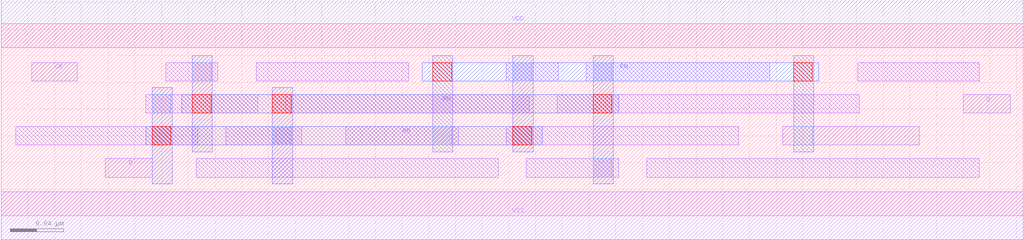
<source format=lef>
VERSION 5.8 ;
BUSBITCHARS "[]" ;
DIVIDERCHAR "/" ;
CLEARANCEMEASURE EUCLIDEAN ;

SITE coresite
    SIZE 0.0450 BY 0.1440 ;
    CLASS CORE ;
    SYMMETRY Y ;
END coresite

MACRO XOR2_X1
  CLASS CORE ;
  ORIGIN 0 0 ;
  FOREIGN XOR2_X1 0 0 ;
  SIZE 0.2700 BY 0.1440 ;
  SYMMETRY X Y ;
  SITE coresite ;
  PIN Z
    DIRECTION OUTPUT ;
    USE SIGNAL ;
    PORT
      LAYER M1 ;
        RECT 0.0525 0.0960 0.0675 0.0240 ;
      LAYER M0 ;
        RECT 0.0450 0.0670 0.1245 0.0530 ;
        RECT 0.0450 0.0910 0.0795 0.0770 ;
    END
  END Z
  PIN A2
    DIRECTION INPUT ;
    USE SIGNAL ;
    PORT
      LAYER M2 ;
        RECT 0.0180 0.0670 0.1920 0.0530 ;
      LAYER M1 ;
        RECT 0.0225 0.0960 0.0375 0.0240 ;
        RECT 0.1725 0.1200 0.1875 0.0480 ;
      LAYER M0 ;
        RECT 0.0180 0.0430 0.0570 0.0290 ;
        RECT 0.1575 0.1150 0.1920 0.1010 ;
    END
  END A2
  PIN A1
    DIRECTION INPUT ;
    USE SIGNAL ;
    PORT
      LAYER M0 ;
        RECT 0.0780 0.0430 0.2370 0.0290 ;
    END
  END A1
  PIN VSS
    DIRECTION INOUT ;
    USE GROUND ;
    SHAPE ABUTMENT ;
    PORT
      LAYER M0 ;
        RECT 0.0000 -0.0180 0.2700 0.0180 ;
    END
  END VSS
  PIN VDD
    DIRECTION INOUT ;
    USE POWER ;
    SHAPE ABUTMENT ;
    PORT
      LAYER M0 ;
        RECT 0.0000 0.1260 0.2700 0.1620 ;
    END
  END VDD
  OBS
      LAYER V1 ;
        RECT 0.0230 0.0530 0.0370 0.0670 ;
        RECT 0.1730 0.0530 0.1870 0.0670 ;
      LAYER V0 ;
        RECT 0.0230 0.0290 0.0370 0.0430 ;
        RECT 0.1730 0.1010 0.1870 0.1150 ;
        RECT 0.2030 0.0770 0.2170 0.0910 ;
        RECT 0.2030 0.0530 0.2170 0.0670 ;
        RECT 0.0530 0.0770 0.0670 0.0910 ;
        RECT 0.0530 0.0530 0.0670 0.0670 ;
      LAYER M0 ;
        RECT 0.1905 0.0530 0.2250 0.0670 ;
        RECT 0.1230 0.0770 0.2595 0.0910 ;
        RECT 0.0105 0.1010 0.1245 0.1150 ;
      LAYER M1 ;
        RECT 0.2025 0.0960 0.2175 0.0240 ;
  END
END XOR2_X1

MACRO OR3_X2
  CLASS CORE ;
  ORIGIN 0 0 ;
  FOREIGN OR3_X2 0 0 ;
  SIZE 0.2700 BY 0.1440 ;
  SYMMETRY X Y ;
  SITE coresite ;
  PIN A1
    DIRECTION INPUT ;
    USE SIGNAL ;
    PORT
      LAYER M0 ;
        RECT 0.1125 0.0430 0.1470 0.0290 ;
    END
  END A1
  PIN A2
    DIRECTION INPUT ;
    USE SIGNAL ;
    PORT
      LAYER M0 ;
        RECT 0.0225 0.0910 0.0570 0.0770 ;
    END
  END A2
  PIN Z
    DIRECTION OUTPUT ;
    USE SIGNAL ;
    PORT
      LAYER M0 ;
        RECT 0.1800 0.0910 0.2145 0.0770 ;
    END
  END Z
  PIN A3
    DIRECTION INPUT ;
    USE SIGNAL ;
    PORT
      LAYER M0 ;
        RECT 0.0675 0.1150 0.1020 0.1010 ;
    END
  END A3
  PIN VSS
    DIRECTION INOUT ;
    USE GROUND ;
    SHAPE ABUTMENT ;
    PORT
      LAYER M0 ;
        RECT 0.0000 -0.0180 0.2700 0.0180 ;
    END
  END VSS
  PIN VDD
    DIRECTION INOUT ;
    USE POWER ;
    SHAPE ABUTMENT ;
    PORT
      LAYER M0 ;
        RECT 0.0000 0.1260 0.2700 0.1620 ;
    END
  END VDD
  OBS
      LAYER M0 ;
        RECT 0.0105 0.0530 0.2370 0.0670 ;
  END
END OR3_X2

MACRO OR3_X1
  CLASS CORE ;
  ORIGIN 0 0 ;
  FOREIGN OR3_X1 0 0 ;
  SIZE 0.2250 BY 0.1440 ;
  SYMMETRY X Y ;
  SITE coresite ;
  PIN A2
    DIRECTION INPUT ;
    USE SIGNAL ;
    PORT
      LAYER M0 ;
        RECT 0.0780 0.0430 0.1125 0.0290 ;
    END
  END A2
  PIN A3
    DIRECTION INPUT ;
    USE SIGNAL ;
    PORT
      LAYER M0 ;
        RECT 0.1125 0.0910 0.1470 0.0770 ;
    END
  END A3
  PIN A1
    DIRECTION INPUT ;
    USE SIGNAL ;
    PORT
      LAYER M0 ;
        RECT 0.0225 0.1150 0.0570 0.1010 ;
    END
  END A1
  PIN Z
    DIRECTION OUTPUT ;
    USE SIGNAL ;
    PORT
      LAYER M0 ;
        RECT 0.1800 0.1150 0.2145 0.1010 ;
    END
  END Z
  PIN VSS
    DIRECTION INOUT ;
    USE GROUND ;
    SHAPE ABUTMENT ;
    PORT
      LAYER M0 ;
        RECT 0.0000 -0.0180 0.2250 0.0180 ;
    END
  END VSS
  PIN VDD
    DIRECTION INOUT ;
    USE POWER ;
    SHAPE ABUTMENT ;
    PORT
      LAYER M0 ;
        RECT 0.0000 0.1260 0.2250 0.1620 ;
    END
  END VDD
  OBS
      LAYER M0 ;
        RECT 0.0105 0.0530 0.1920 0.0670 ;
  END
END OR3_X1

MACRO OR2_X2
  CLASS CORE ;
  ORIGIN 0 0 ;
  FOREIGN OR2_X2 0 0 ;
  SIZE 0.2250 BY 0.1440 ;
  SYMMETRY X Y ;
  SITE coresite ;
  PIN A1
    DIRECTION INPUT ;
    USE SIGNAL ;
    PORT
      LAYER M0 ;
        RECT 0.1125 0.0430 0.1470 0.0290 ;
    END
  END A1
  PIN Z
    DIRECTION OUTPUT ;
    USE SIGNAL ;
    PORT
      LAYER M0 ;
        RECT 0.0450 0.1150 0.0795 0.1010 ;
    END
  END Z
  PIN A2
    DIRECTION INPUT ;
    USE SIGNAL ;
    PORT
      LAYER M0 ;
        RECT 0.1680 0.1150 0.2025 0.1010 ;
    END
  END A2
  PIN VSS
    DIRECTION INOUT ;
    USE GROUND ;
    SHAPE ABUTMENT ;
    PORT
      LAYER M0 ;
        RECT 0.0000 -0.0180 0.2250 0.0180 ;
    END
  END VSS
  PIN VDD
    DIRECTION INOUT ;
    USE POWER ;
    SHAPE ABUTMENT ;
    PORT
      LAYER M0 ;
        RECT 0.0000 0.1260 0.2250 0.1620 ;
    END
  END VDD
  OBS
      LAYER M0 ;
        RECT 0.0780 0.0530 0.1695 0.0670 ;
        RECT 0.0330 0.0770 0.2145 0.0910 ;
  END
END OR2_X2

MACRO OR2_X1
  CLASS CORE ;
  ORIGIN 0 0 ;
  FOREIGN OR2_X1 0 0 ;
  SIZE 0.1800 BY 0.1440 ;
  SYMMETRY X Y ;
  SITE coresite ;
  PIN A1
    DIRECTION INPUT ;
    USE SIGNAL ;
    PORT
      LAYER M0 ;
        RECT 0.0225 0.0430 0.0570 0.0290 ;
    END
  END A1
  PIN Z
    DIRECTION OUTPUT ;
    USE SIGNAL ;
    PORT
      LAYER M0 ;
        RECT 0.1350 0.0430 0.1695 0.0290 ;
    END
  END Z
  PIN A2
    DIRECTION INPUT ;
    USE SIGNAL ;
    PORT
      LAYER M0 ;
        RECT 0.0675 0.1150 0.1020 0.1010 ;
    END
  END A2
  PIN VSS
    DIRECTION INOUT ;
    USE GROUND ;
    SHAPE ABUTMENT ;
    PORT
      LAYER M0 ;
        RECT 0.0000 -0.0180 0.1800 0.0180 ;
    END
  END VSS
  PIN VDD
    DIRECTION INOUT ;
    USE POWER ;
    SHAPE ABUTMENT ;
    PORT
      LAYER M0 ;
        RECT 0.0000 0.1260 0.1800 0.1620 ;
    END
  END VDD
  OBS
      LAYER M0 ;
        RECT 0.0555 0.0530 0.1470 0.0670 ;
        RECT 0.0105 0.0770 0.1470 0.0910 ;
  END
END OR2_X1

MACRO OAI22_X2
  CLASS CORE ;
  ORIGIN 0 0 ;
  FOREIGN OAI22_X2 0 0 ;
  SIZE 0.4500 BY 0.1440 ;
  SYMMETRY X Y ;
  SITE coresite ;
  PIN ZN
    DIRECTION OUTPUT ;
    USE SIGNAL ;
    PORT
      LAYER M2 ;
        RECT 0.1980 0.1150 0.2520 0.1010 ;
      LAYER M1 ;
        RECT 0.2025 0.1200 0.2175 0.0480 ;
        RECT 0.2325 0.1200 0.2475 0.0480 ;
      LAYER M0 ;
        RECT 0.1455 0.0910 0.2250 0.0770 ;
        RECT 0.2250 0.0670 0.3945 0.0530 ;
    END
  END ZN
  PIN B2
    DIRECTION INPUT ;
    USE SIGNAL ;
    PORT
      LAYER M0 ;
        RECT 0.0330 0.0670 0.1020 0.0530 ;
    END
  END B2
  PIN B1
    DIRECTION INPUT ;
    USE SIGNAL ;
    PORT
      LAYER M0 ;
        RECT 0.1230 0.0670 0.1920 0.0530 ;
    END
  END B1
  PIN A1
    DIRECTION INPUT ;
    USE SIGNAL ;
    PORT
      LAYER M0 ;
        RECT 0.2580 0.0910 0.3270 0.0770 ;
    END
  END A1
  PIN A2
    DIRECTION INPUT ;
    USE SIGNAL ;
    PORT
      LAYER M0 ;
        RECT 0.3480 0.0910 0.4170 0.0770 ;
    END
  END A2
  PIN VSS
    DIRECTION INOUT ;
    USE GROUND ;
    SHAPE ABUTMENT ;
    PORT
      LAYER M0 ;
        RECT 0.0000 -0.0180 0.4500 0.0180 ;
    END
  END VSS
  PIN VDD
    DIRECTION INOUT ;
    USE POWER ;
    SHAPE ABUTMENT ;
    PORT
      LAYER M0 ;
        RECT 0.0000 0.1260 0.4500 0.1620 ;
    END
  END VDD
  OBS
      LAYER V0 ;
        RECT 0.2030 0.0770 0.2170 0.0910 ;
        RECT 0.2330 0.0530 0.2470 0.0670 ;
      LAYER M0 ;
        RECT 0.0555 0.0290 0.4395 0.0430 ;
        RECT 0.0105 0.1010 0.2145 0.1150 ;
        RECT 0.2355 0.1010 0.4395 0.1150 ;
      LAYER V1 ;
        RECT 0.2030 0.1010 0.2170 0.1150 ;
        RECT 0.2330 0.1010 0.2470 0.1150 ;
  END
END OAI22_X2

MACRO OAI22_X1
  CLASS CORE ;
  ORIGIN 0 0 ;
  FOREIGN OAI22_X1 0 0 ;
  SIZE 0.2250 BY 0.1440 ;
  SYMMETRY X Y ;
  SITE coresite ;
  PIN ZN
    DIRECTION OUTPUT ;
    USE SIGNAL ;
    PORT
      LAYER M1 ;
        RECT 0.0525 0.0960 0.0675 0.0240 ;
      LAYER M0 ;
        RECT 0.0450 0.0430 0.0795 0.0290 ;
        RECT 0.0450 0.0910 0.1245 0.0770 ;
    END
  END ZN
  PIN B1
    DIRECTION INPUT ;
    USE SIGNAL ;
    PORT
      LAYER M0 ;
        RECT 0.1125 0.0430 0.1470 0.0290 ;
    END
  END B1
  PIN A2
    DIRECTION INPUT ;
    USE SIGNAL ;
    PORT
      LAYER M0 ;
        RECT 0.0225 0.1150 0.0570 0.1010 ;
    END
  END A2
  PIN A1
    DIRECTION INPUT ;
    USE SIGNAL ;
    PORT
      LAYER M0 ;
        RECT 0.0780 0.1150 0.1125 0.1010 ;
    END
  END A1
  PIN B2
    DIRECTION INPUT ;
    USE SIGNAL ;
    PORT
      LAYER M0 ;
        RECT 0.1680 0.1150 0.2025 0.1010 ;
    END
  END B2
  PIN VSS
    DIRECTION INOUT ;
    USE GROUND ;
    SHAPE ABUTMENT ;
    PORT
      LAYER M0 ;
        RECT 0.0000 -0.0180 0.2250 0.0180 ;
    END
  END VSS
  PIN VDD
    DIRECTION INOUT ;
    USE POWER ;
    SHAPE ABUTMENT ;
    PORT
      LAYER M0 ;
        RECT 0.0000 0.1260 0.2250 0.1620 ;
    END
  END VDD
  OBS
      LAYER V0 ;
        RECT 0.0530 0.0770 0.0670 0.0910 ;
        RECT 0.0530 0.0290 0.0670 0.0430 ;
      LAYER M0 ;
        RECT 0.0105 0.0530 0.2145 0.0670 ;
  END
END OAI22_X1

MACRO OAI21_X2
  CLASS CORE ;
  ORIGIN 0 0 ;
  FOREIGN OAI21_X2 0 0 ;
  SIZE 0.3150 BY 0.1440 ;
  SYMMETRY X Y ;
  SITE coresite ;
  PIN A2
    DIRECTION INPUT ;
    USE SIGNAL ;
    PORT
      LAYER M2 ;
        RECT 0.0450 0.1150 0.1920 0.1010 ;
      LAYER M1 ;
        RECT 0.0525 0.1200 0.0675 0.0480 ;
        RECT 0.1725 0.1200 0.1875 0.0240 ;
      LAYER M0 ;
        RECT 0.0330 0.1150 0.0720 0.1010 ;
        RECT 0.1680 0.0430 0.2025 0.0290 ;
    END
  END A2
  PIN A1
    DIRECTION INPUT ;
    USE SIGNAL ;
    PORT
      LAYER M0 ;
        RECT 0.0780 0.0430 0.1470 0.0290 ;
    END
  END A1
  PIN B
    DIRECTION INPUT ;
    USE SIGNAL ;
    PORT
      LAYER M0 ;
        RECT 0.2130 0.0910 0.2820 0.0770 ;
    END
  END B
  PIN ZN
    DIRECTION OUTPUT ;
    USE SIGNAL ;
    PORT
      LAYER M0 ;
        RECT 0.1005 0.1150 0.2595 0.1010 ;
    END
  END ZN
  PIN VSS
    DIRECTION INOUT ;
    USE GROUND ;
    SHAPE ABUTMENT ;
    PORT
      LAYER M0 ;
        RECT 0.0000 -0.0180 0.3150 0.0180 ;
    END
  END VSS
  PIN VDD
    DIRECTION INOUT ;
    USE POWER ;
    SHAPE ABUTMENT ;
    PORT
      LAYER M0 ;
        RECT 0.0000 0.1260 0.3150 0.1620 ;
    END
  END VDD
  OBS
      LAYER V0 ;
        RECT 0.0530 0.1010 0.0670 0.1150 ;
        RECT 0.1730 0.0290 0.1870 0.0430 ;
      LAYER M0 ;
        RECT 0.0105 0.0530 0.3045 0.0670 ;
        RECT 0.0555 0.0770 0.1695 0.0910 ;
      LAYER V1 ;
        RECT 0.0530 0.1010 0.0670 0.1150 ;
        RECT 0.1730 0.1010 0.1870 0.1150 ;
  END
END OAI21_X2

MACRO OAI21_X1
  CLASS CORE ;
  ORIGIN 0 0 ;
  FOREIGN OAI21_X1 0 0 ;
  SIZE 0.1800 BY 0.1440 ;
  SYMMETRY X Y ;
  SITE coresite ;
  PIN A1
    DIRECTION INPUT ;
    USE SIGNAL ;
    PORT
      LAYER M0 ;
        RECT 0.0225 0.0430 0.0570 0.0290 ;
    END
  END A1
  PIN B
    DIRECTION INPUT ;
    USE SIGNAL ;
    PORT
      LAYER M0 ;
        RECT 0.1230 0.0430 0.1575 0.0290 ;
    END
  END B
  PIN ZN
    DIRECTION OUTPUT ;
    USE SIGNAL ;
    PORT
      LAYER M0 ;
        RECT 0.0105 0.0910 0.1695 0.0770 ;
    END
  END ZN
  PIN A2
    DIRECTION INPUT ;
    USE SIGNAL ;
    PORT
      LAYER M0 ;
        RECT 0.0780 0.1150 0.1125 0.1010 ;
    END
  END A2
  PIN VSS
    DIRECTION INOUT ;
    USE GROUND ;
    SHAPE ABUTMENT ;
    PORT
      LAYER M0 ;
        RECT 0.0000 -0.0180 0.1800 0.0180 ;
    END
  END VSS
  PIN VDD
    DIRECTION INOUT ;
    USE POWER ;
    SHAPE ABUTMENT ;
    PORT
      LAYER M0 ;
        RECT 0.0000 0.1260 0.1800 0.1620 ;
    END
  END VDD
  OBS
      LAYER M0 ;
        RECT 0.0105 0.0530 0.1245 0.0670 ;
  END
END OAI21_X1

MACRO NOR4_X2
  CLASS CORE ;
  ORIGIN 0 0 ;
  FOREIGN NOR4_X2 0 0 ;
  SIZE 0.4050 BY 0.1440 ;
  SYMMETRY X Y ;
  SITE coresite ;
  PIN A2
    DIRECTION INPUT ;
    USE SIGNAL ;
    PORT
      LAYER M0 ;
        RECT 0.0330 0.0430 0.1920 0.0290 ;
    END
  END A2
  PIN A3
    DIRECTION INPUT ;
    USE SIGNAL ;
    PORT
      LAYER M0 ;
        RECT 0.2130 0.0430 0.3720 0.0290 ;
    END
  END A3
  PIN ZN
    DIRECTION OUTPUT ;
    USE SIGNAL ;
    PORT
      LAYER M0 ;
        RECT 0.0105 0.0670 0.3945 0.0530 ;
    END
  END ZN
  PIN A1
    DIRECTION INPUT ;
    USE SIGNAL ;
    PORT
      LAYER M0 ;
        RECT 0.0780 0.1150 0.1470 0.1010 ;
    END
  END A1
  PIN A4
    DIRECTION INPUT ;
    USE SIGNAL ;
    PORT
      LAYER M0 ;
        RECT 0.2580 0.1150 0.3270 0.1010 ;
    END
  END A4
  PIN VSS
    DIRECTION INOUT ;
    USE GROUND ;
    SHAPE ABUTMENT ;
    PORT
      LAYER M0 ;
        RECT 0.0000 -0.0180 0.4050 0.0180 ;
    END
  END VSS
  PIN VDD
    DIRECTION INOUT ;
    USE POWER ;
    SHAPE ABUTMENT ;
    PORT
      LAYER M0 ;
        RECT 0.0000 0.1260 0.4050 0.1620 ;
    END
  END VDD
  OBS
      LAYER M1 ;
        RECT 0.0225 0.1200 0.0375 0.0240 ;
        RECT 0.2025 0.1200 0.2175 0.0240 ;
        RECT 0.3525 0.1200 0.3675 0.0240 ;
      LAYER V0 ;
        RECT 0.0230 0.1010 0.0370 0.1150 ;
        RECT 0.2030 0.1010 0.2170 0.1150 ;
        RECT 0.3530 0.1010 0.3670 0.1150 ;
      LAYER M0 ;
        RECT 0.0555 0.0770 0.1695 0.0910 ;
        RECT 0.2355 0.0770 0.3495 0.0910 ;
        RECT 0.0105 0.1010 0.0450 0.1150 ;
        RECT 0.1905 0.1010 0.2250 0.1150 ;
        RECT 0.3480 0.1010 0.3945 0.1150 ;
      LAYER M2 ;
        RECT 0.0180 0.0290 0.3720 0.0430 ;
      LAYER V1 ;
        RECT 0.0230 0.0290 0.0370 0.0430 ;
        RECT 0.2030 0.0290 0.2170 0.0430 ;
        RECT 0.3530 0.0290 0.3670 0.0430 ;
  END
END NOR4_X2

MACRO NOR4_X1
  CLASS CORE ;
  ORIGIN 0 0 ;
  FOREIGN NOR4_X1 0 0 ;
  SIZE 0.2250 BY 0.1440 ;
  SYMMETRY X Y ;
  SITE coresite ;
  PIN A3
    DIRECTION INPUT ;
    USE SIGNAL ;
    PORT
      LAYER M0 ;
        RECT 0.1125 0.0430 0.1470 0.0290 ;
    END
  END A3
  PIN ZN
    DIRECTION OUTPUT ;
    USE SIGNAL ;
    PORT
      LAYER M0 ;
        RECT 0.0105 0.0670 0.2145 0.0530 ;
    END
  END ZN
  PIN A1
    DIRECTION INPUT ;
    USE SIGNAL ;
    PORT
      LAYER M0 ;
        RECT 0.0225 0.0910 0.0570 0.0770 ;
    END
  END A1
  PIN A4
    DIRECTION INPUT ;
    USE SIGNAL ;
    PORT
      LAYER M0 ;
        RECT 0.1680 0.0910 0.2025 0.0770 ;
    END
  END A4
  PIN A2
    DIRECTION INPUT ;
    USE SIGNAL ;
    PORT
      LAYER M0 ;
        RECT 0.0675 0.1150 0.1020 0.1010 ;
    END
  END A2
  PIN VSS
    DIRECTION INOUT ;
    USE GROUND ;
    SHAPE ABUTMENT ;
    PORT
      LAYER M0 ;
        RECT 0.0000 -0.0180 0.2250 0.0180 ;
    END
  END VSS
  PIN VDD
    DIRECTION INOUT ;
    USE POWER ;
    SHAPE ABUTMENT ;
    PORT
      LAYER M0 ;
        RECT 0.0000 0.1260 0.2250 0.1620 ;
    END
  END VDD
END NOR4_X1

MACRO NOR3_X2
  CLASS CORE ;
  ORIGIN 0 0 ;
  FOREIGN NOR3_X2 0 0 ;
  SIZE 0.3150 BY 0.1440 ;
  SYMMETRY X Y ;
  SITE coresite ;
  PIN A2
    DIRECTION INPUT ;
    USE SIGNAL ;
    PORT
      LAYER M2 ;
        RECT 0.0180 0.0910 0.1920 0.0770 ;
      LAYER M1 ;
        RECT 0.0225 0.0960 0.0375 0.0240 ;
        RECT 0.1725 0.0960 0.1875 0.0240 ;
      LAYER M0 ;
        RECT 0.0180 0.0430 0.0570 0.0290 ;
        RECT 0.1680 0.0430 0.2025 0.0290 ;
    END
  END A2
  PIN A3
    DIRECTION INPUT ;
    USE SIGNAL ;
    PORT
      LAYER M0 ;
        RECT 0.0780 0.0430 0.1470 0.0290 ;
    END
  END A3
  PIN ZN
    DIRECTION OUTPUT ;
    USE SIGNAL ;
    PORT
      LAYER M0 ;
        RECT 0.0555 0.0670 0.2595 0.0530 ;
    END
  END ZN
  PIN A1
    DIRECTION INPUT ;
    USE SIGNAL ;
    PORT
      LAYER M0 ;
        RECT 0.2130 0.1150 0.2820 0.1010 ;
    END
  END A1
  PIN VSS
    DIRECTION INOUT ;
    USE GROUND ;
    SHAPE ABUTMENT ;
    PORT
      LAYER M0 ;
        RECT 0.0000 -0.0180 0.3150 0.0180 ;
    END
  END VSS
  PIN VDD
    DIRECTION INOUT ;
    USE POWER ;
    SHAPE ABUTMENT ;
    PORT
      LAYER M0 ;
        RECT 0.0000 0.1260 0.3150 0.1620 ;
    END
  END VDD
  OBS
      LAYER V0 ;
        RECT 0.0230 0.0290 0.0370 0.0430 ;
        RECT 0.1730 0.0290 0.1870 0.0430 ;
      LAYER M0 ;
        RECT 0.0105 0.0770 0.3045 0.0910 ;
        RECT 0.0555 0.1010 0.1695 0.1150 ;
      LAYER V1 ;
        RECT 0.0230 0.0770 0.0370 0.0910 ;
        RECT 0.1730 0.0770 0.1870 0.0910 ;
  END
END NOR3_X2

MACRO NOR3_X1
  CLASS CORE ;
  ORIGIN 0 0 ;
  FOREIGN NOR3_X1 0 0 ;
  SIZE 0.1800 BY 0.1440 ;
  SYMMETRY X Y ;
  SITE coresite ;
  PIN A2
    DIRECTION INPUT ;
    USE SIGNAL ;
    PORT
      LAYER M0 ;
        RECT 0.0675 0.0430 0.1020 0.0290 ;
    END
  END A2
  PIN ZN
    DIRECTION OUTPUT ;
    USE SIGNAL ;
    PORT
      LAYER M0 ;
        RECT 0.0105 0.0670 0.1245 0.0530 ;
    END
  END ZN
  PIN A1
    DIRECTION INPUT ;
    USE SIGNAL ;
    PORT
      LAYER M0 ;
        RECT 0.0225 0.0910 0.0570 0.0770 ;
    END
  END A1
  PIN A3
    DIRECTION INPUT ;
    USE SIGNAL ;
    PORT
      LAYER M0 ;
        RECT 0.1230 0.1150 0.1575 0.1010 ;
    END
  END A3
  PIN VSS
    DIRECTION INOUT ;
    USE GROUND ;
    SHAPE ABUTMENT ;
    PORT
      LAYER M0 ;
        RECT 0.0000 -0.0180 0.1800 0.0180 ;
    END
  END VSS
  PIN VDD
    DIRECTION INOUT ;
    USE POWER ;
    SHAPE ABUTMENT ;
    PORT
      LAYER M0 ;
        RECT 0.0000 0.1260 0.1800 0.1620 ;
    END
  END VDD
END NOR3_X1

MACRO NOR2_X2
  CLASS CORE ;
  ORIGIN 0 0 ;
  FOREIGN NOR2_X2 0 0 ;
  SIZE 0.2250 BY 0.1440 ;
  SYMMETRY X Y ;
  SITE coresite ;
  PIN A1
    DIRECTION INPUT ;
    USE SIGNAL ;
    PORT
      LAYER M0 ;
        RECT 0.0330 0.0430 0.1020 0.0290 ;
    END
  END A1
  PIN ZN
    DIRECTION OUTPUT ;
    USE SIGNAL ;
    PORT
      LAYER M0 ;
        RECT 0.0555 0.0670 0.1695 0.0530 ;
    END
  END ZN
  PIN A2
    DIRECTION INPUT ;
    USE SIGNAL ;
    PORT
      LAYER M0 ;
        RECT 0.1230 0.1150 0.1920 0.1010 ;
    END
  END A2
  PIN VSS
    DIRECTION INOUT ;
    USE GROUND ;
    SHAPE ABUTMENT ;
    PORT
      LAYER M0 ;
        RECT 0.0000 -0.0180 0.2250 0.0180 ;
    END
  END VSS
  PIN VDD
    DIRECTION INOUT ;
    USE POWER ;
    SHAPE ABUTMENT ;
    PORT
      LAYER M0 ;
        RECT 0.0000 0.1260 0.2250 0.1620 ;
    END
  END VDD
  OBS
      LAYER M0 ;
        RECT 0.0105 0.0770 0.2145 0.0910 ;
  END
END NOR2_X2

MACRO NOR2_X1
  CLASS CORE ;
  ORIGIN 0 0 ;
  FOREIGN NOR2_X1 0 0 ;
  SIZE 0.1350 BY 0.1440 ;
  SYMMETRY X Y ;
  SITE coresite ;
  PIN A2
    DIRECTION INPUT ;
    USE SIGNAL ;
    PORT
      LAYER M0 ;
        RECT 0.0780 0.0430 0.1125 0.0290 ;
    END
  END A2
  PIN ZN
    DIRECTION OUTPUT ;
    USE SIGNAL ;
    PORT
      LAYER M0 ;
        RECT 0.0105 0.0670 0.1245 0.0530 ;
    END
  END ZN
  PIN A1
    DIRECTION INPUT ;
    USE SIGNAL ;
    PORT
      LAYER M0 ;
        RECT 0.0225 0.1150 0.0570 0.1010 ;
    END
  END A1
  PIN VSS
    DIRECTION INOUT ;
    USE GROUND ;
    SHAPE ABUTMENT ;
    PORT
      LAYER M0 ;
        RECT 0.0000 -0.0180 0.1350 0.0180 ;
    END
  END VSS
  PIN VDD
    DIRECTION INOUT ;
    USE POWER ;
    SHAPE ABUTMENT ;
    PORT
      LAYER M0 ;
        RECT 0.0000 0.1260 0.1350 0.1620 ;
    END
  END VDD
END NOR2_X1

MACRO NAND4_X2
  CLASS CORE ;
  ORIGIN 0 0 ;
  FOREIGN NAND4_X2 0 0 ;
  SIZE 0.4050 BY 0.1440 ;
  SYMMETRY X Y ;
  SITE coresite ;
  PIN A1
    DIRECTION INPUT ;
    USE SIGNAL ;
    PORT
      LAYER M0 ;
        RECT 0.0780 0.0430 0.1470 0.0290 ;
    END
  END A1
  PIN A4
    DIRECTION INPUT ;
    USE SIGNAL ;
    PORT
      LAYER M0 ;
        RECT 0.2580 0.0430 0.3270 0.0290 ;
    END
  END A4
  PIN ZN
    DIRECTION OUTPUT ;
    USE SIGNAL ;
    PORT
      LAYER M0 ;
        RECT 0.0105 0.0910 0.3945 0.0770 ;
    END
  END ZN
  PIN A2
    DIRECTION INPUT ;
    USE SIGNAL ;
    PORT
      LAYER M0 ;
        RECT 0.0330 0.1150 0.1920 0.1010 ;
    END
  END A2
  PIN A3
    DIRECTION INPUT ;
    USE SIGNAL ;
    PORT
      LAYER M0 ;
        RECT 0.2130 0.1150 0.3720 0.1010 ;
    END
  END A3
  PIN VSS
    DIRECTION INOUT ;
    USE GROUND ;
    SHAPE ABUTMENT ;
    PORT
      LAYER M0 ;
        RECT 0.0000 -0.0180 0.4050 0.0180 ;
    END
  END VSS
  PIN VDD
    DIRECTION INOUT ;
    USE POWER ;
    SHAPE ABUTMENT ;
    PORT
      LAYER M0 ;
        RECT 0.0000 0.1260 0.4050 0.1620 ;
    END
  END VDD
  OBS
      LAYER M1 ;
        RECT 0.0225 0.1200 0.0375 0.0240 ;
        RECT 0.2025 0.1200 0.2175 0.0240 ;
        RECT 0.3525 0.1200 0.3675 0.0240 ;
      LAYER V0 ;
        RECT 0.0230 0.0290 0.0370 0.0430 ;
        RECT 0.2030 0.0290 0.2170 0.0430 ;
        RECT 0.3530 0.0290 0.3670 0.0430 ;
      LAYER M0 ;
        RECT 0.0105 0.0290 0.0450 0.0430 ;
        RECT 0.1905 0.0290 0.2250 0.0430 ;
        RECT 0.3480 0.0290 0.3945 0.0430 ;
        RECT 0.0555 0.0530 0.1695 0.0670 ;
        RECT 0.2355 0.0530 0.3495 0.0670 ;
      LAYER M2 ;
        RECT 0.0180 0.1010 0.3720 0.1150 ;
      LAYER V1 ;
        RECT 0.0230 0.1010 0.0370 0.1150 ;
        RECT 0.2030 0.1010 0.2170 0.1150 ;
        RECT 0.3530 0.1010 0.3670 0.1150 ;
  END
END NAND4_X2

MACRO NAND4_X1
  CLASS CORE ;
  ORIGIN 0 0 ;
  FOREIGN NAND4_X1 0 0 ;
  SIZE 0.2250 BY 0.1440 ;
  SYMMETRY X Y ;
  SITE coresite ;
  PIN A3
    DIRECTION INPUT ;
    USE SIGNAL ;
    PORT
      LAYER M0 ;
        RECT 0.1125 0.0430 0.1470 0.0290 ;
    END
  END A3
  PIN A1
    DIRECTION INPUT ;
    USE SIGNAL ;
    PORT
      LAYER M0 ;
        RECT 0.0225 0.0670 0.0570 0.0530 ;
    END
  END A1
  PIN A4
    DIRECTION INPUT ;
    USE SIGNAL ;
    PORT
      LAYER M0 ;
        RECT 0.1680 0.0670 0.2025 0.0530 ;
    END
  END A4
  PIN ZN
    DIRECTION OUTPUT ;
    USE SIGNAL ;
    PORT
      LAYER M0 ;
        RECT 0.0105 0.0910 0.2145 0.0770 ;
    END
  END ZN
  PIN A2
    DIRECTION INPUT ;
    USE SIGNAL ;
    PORT
      LAYER M0 ;
        RECT 0.0675 0.1150 0.1020 0.1010 ;
    END
  END A2
  PIN VSS
    DIRECTION INOUT ;
    USE GROUND ;
    SHAPE ABUTMENT ;
    PORT
      LAYER M0 ;
        RECT 0.0000 -0.0180 0.2250 0.0180 ;
    END
  END VSS
  PIN VDD
    DIRECTION INOUT ;
    USE POWER ;
    SHAPE ABUTMENT ;
    PORT
      LAYER M0 ;
        RECT 0.0000 0.1260 0.2250 0.1620 ;
    END
  END VDD
END NAND4_X1

MACRO NAND3_X2
  CLASS CORE ;
  ORIGIN 0 0 ;
  FOREIGN NAND3_X2 0 0 ;
  SIZE 0.3150 BY 0.1440 ;
  SYMMETRY X Y ;
  SITE coresite ;
  PIN A2
    DIRECTION INPUT ;
    USE SIGNAL ;
    PORT
      LAYER M2 ;
        RECT 0.0180 0.0670 0.1920 0.0530 ;
      LAYER M1 ;
        RECT 0.0225 0.1200 0.0375 0.0480 ;
        RECT 0.1725 0.1200 0.1875 0.0480 ;
      LAYER M0 ;
        RECT 0.0180 0.1150 0.0570 0.1010 ;
        RECT 0.1680 0.1150 0.2025 0.1010 ;
    END
  END A2
  PIN A1
    DIRECTION INPUT ;
    USE SIGNAL ;
    PORT
      LAYER M0 ;
        RECT 0.2130 0.0430 0.2820 0.0290 ;
    END
  END A1
  PIN ZN
    DIRECTION OUTPUT ;
    USE SIGNAL ;
    PORT
      LAYER M0 ;
        RECT 0.0555 0.0910 0.2595 0.0770 ;
    END
  END ZN
  PIN A3
    DIRECTION INPUT ;
    USE SIGNAL ;
    PORT
      LAYER M0 ;
        RECT 0.0780 0.1150 0.1470 0.1010 ;
    END
  END A3
  PIN VSS
    DIRECTION INOUT ;
    USE GROUND ;
    SHAPE ABUTMENT ;
    PORT
      LAYER M0 ;
        RECT 0.0000 -0.0180 0.3150 0.0180 ;
    END
  END VSS
  PIN VDD
    DIRECTION INOUT ;
    USE POWER ;
    SHAPE ABUTMENT ;
    PORT
      LAYER M0 ;
        RECT 0.0000 0.1260 0.3150 0.1620 ;
    END
  END VDD
  OBS
      LAYER V0 ;
        RECT 0.0230 0.1010 0.0370 0.1150 ;
        RECT 0.1730 0.1010 0.1870 0.1150 ;
      LAYER M0 ;
        RECT 0.0555 0.0290 0.1695 0.0430 ;
        RECT 0.0105 0.0530 0.3045 0.0670 ;
      LAYER V1 ;
        RECT 0.0230 0.0530 0.0370 0.0670 ;
        RECT 0.1730 0.0530 0.1870 0.0670 ;
  END
END NAND3_X2

MACRO NAND3_X1
  CLASS CORE ;
  ORIGIN 0 0 ;
  FOREIGN NAND3_X1 0 0 ;
  SIZE 0.1800 BY 0.1440 ;
  SYMMETRY X Y ;
  SITE coresite ;
  PIN A2
    DIRECTION INPUT ;
    USE SIGNAL ;
    PORT
      LAYER M0 ;
        RECT 0.0675 0.0430 0.1020 0.0290 ;
    END
  END A2
  PIN A3
    DIRECTION INPUT ;
    USE SIGNAL ;
    PORT
      LAYER M0 ;
        RECT 0.0225 0.0670 0.0570 0.0530 ;
    END
  END A3
  PIN ZN
    DIRECTION OUTPUT ;
    USE SIGNAL ;
    PORT
      LAYER M0 ;
        RECT 0.0555 0.0910 0.1695 0.0770 ;
    END
  END ZN
  PIN A1
    DIRECTION INPUT ;
    USE SIGNAL ;
    PORT
      LAYER M0 ;
        RECT 0.1230 0.1150 0.1575 0.1010 ;
    END
  END A1
  PIN VSS
    DIRECTION INOUT ;
    USE GROUND ;
    SHAPE ABUTMENT ;
    PORT
      LAYER M0 ;
        RECT 0.0000 -0.0180 0.1800 0.0180 ;
    END
  END VSS
  PIN VDD
    DIRECTION INOUT ;
    USE POWER ;
    SHAPE ABUTMENT ;
    PORT
      LAYER M0 ;
        RECT 0.0000 0.1260 0.1800 0.1620 ;
    END
  END VDD
END NAND3_X1

MACRO NAND2_X2
  CLASS CORE ;
  ORIGIN 0 0 ;
  FOREIGN NAND2_X2 0 0 ;
  SIZE 0.2250 BY 0.1440 ;
  SYMMETRY X Y ;
  SITE coresite ;
  PIN A1
    DIRECTION INPUT ;
    USE SIGNAL ;
    PORT
      LAYER M0 ;
        RECT 0.0330 0.0430 0.1020 0.0290 ;
    END
  END A1
  PIN ZN
    DIRECTION OUTPUT ;
    USE SIGNAL ;
    PORT
      LAYER M0 ;
        RECT 0.0555 0.0910 0.1695 0.0770 ;
    END
  END ZN
  PIN A2
    DIRECTION INPUT ;
    USE SIGNAL ;
    PORT
      LAYER M0 ;
        RECT 0.1230 0.1150 0.1920 0.1010 ;
    END
  END A2
  PIN VSS
    DIRECTION INOUT ;
    USE GROUND ;
    SHAPE ABUTMENT ;
    PORT
      LAYER M0 ;
        RECT 0.0000 -0.0180 0.2250 0.0180 ;
    END
  END VSS
  PIN VDD
    DIRECTION INOUT ;
    USE POWER ;
    SHAPE ABUTMENT ;
    PORT
      LAYER M0 ;
        RECT 0.0000 0.1260 0.2250 0.1620 ;
    END
  END VDD
  OBS
      LAYER M0 ;
        RECT 0.0105 0.0530 0.2145 0.0670 ;
  END
END NAND2_X2

MACRO NAND2_X1
  CLASS CORE ;
  ORIGIN 0 0 ;
  FOREIGN NAND2_X1 0 0 ;
  SIZE 0.1350 BY 0.1440 ;
  SYMMETRY X Y ;
  SITE coresite ;
  PIN A2
    DIRECTION INPUT ;
    USE SIGNAL ;
    PORT
      LAYER M0 ;
        RECT 0.0780 0.0430 0.1125 0.0290 ;
    END
  END A2
  PIN ZN
    DIRECTION OUTPUT ;
    USE SIGNAL ;
    PORT
      LAYER M0 ;
        RECT 0.0105 0.0910 0.1245 0.0770 ;
    END
  END ZN
  PIN A1
    DIRECTION INPUT ;
    USE SIGNAL ;
    PORT
      LAYER M0 ;
        RECT 0.0225 0.1150 0.0570 0.1010 ;
    END
  END A1
  PIN VSS
    DIRECTION INOUT ;
    USE GROUND ;
    SHAPE ABUTMENT ;
    PORT
      LAYER M0 ;
        RECT 0.0000 -0.0180 0.1350 0.0180 ;
    END
  END VSS
  PIN VDD
    DIRECTION INOUT ;
    USE POWER ;
    SHAPE ABUTMENT ;
    PORT
      LAYER M0 ;
        RECT 0.0000 0.1260 0.1350 0.1620 ;
    END
  END VDD
END NAND2_X1

MACRO MUX2_X1
  CLASS CORE ;
  ORIGIN 0 0 ;
  FOREIGN MUX2_X1 0 0 ;
  SIZE 0.3150 BY 0.1440 ;
  SYMMETRY X Y ;
  SITE coresite ;
  PIN S
    DIRECTION INPUT ;
    USE SIGNAL ;
    PORT
      LAYER M0 ;
        RECT 0.0330 0.0430 0.1920 0.0290 ;
    END
  END S
  PIN I1
    DIRECTION INPUT ;
    USE SIGNAL ;
    PORT
      LAYER M0 ;
        RECT 0.2130 0.0430 0.2475 0.0290 ;
    END
  END I1
  PIN S
    DIRECTION INPUT ;
    USE SIGNAL ;
    PORT
      LAYER M0 ;
        RECT 0.0330 0.0910 0.1470 0.0770 ;
    END
  END S
  PIN Z
    DIRECTION OUTPUT ;
    USE SIGNAL ;
    PORT
      LAYER M0 ;
        RECT 0.2700 0.0910 0.3045 0.0770 ;
    END
  END Z
  PIN I0
    DIRECTION INPUT ;
    USE SIGNAL ;
    PORT
      LAYER M0 ;
        RECT 0.0780 0.1150 0.1125 0.1010 ;
    END
  END I0
  PIN VSS
    DIRECTION INOUT ;
    USE GROUND ;
    SHAPE ABUTMENT ;
    PORT
      LAYER M0 ;
        RECT 0.0000 -0.0180 0.3150 0.0180 ;
    END
  END VSS
  PIN VDD
    DIRECTION INOUT ;
    USE POWER ;
    SHAPE ABUTMENT ;
    PORT
      LAYER M0 ;
        RECT 0.0000 0.1260 0.3150 0.1620 ;
    END
  END VDD
  OBS
      LAYER V0 ;
        RECT 0.1730 0.0770 0.1870 0.0910 ;
        RECT 0.1730 0.0530 0.1870 0.0670 ;
      LAYER M0 ;
        RECT 0.0105 0.0530 0.1920 0.0670 ;
        RECT 0.1680 0.0770 0.2025 0.0910 ;
        RECT 0.1455 0.1010 0.2820 0.1150 ;
      LAYER M1 ;
        RECT 0.1725 0.0960 0.1875 0.0240 ;
  END
END MUX2_X1

MACRO LHQ_X1
  CLASS CORE ;
  ORIGIN 0 0 ;
  FOREIGN LHQ_X1 0 0 ;
  SIZE 0.4500 BY 0.1440 ;
  SYMMETRY X Y ;
  SITE coresite ;
  PIN D
    DIRECTION INPUT ;
    USE SIGNAL ;
    PORT
      LAYER M0 ;
        RECT 0.3375 0.0430 0.3720 0.0290 ;
    END
  END D
  PIN Q
    DIRECTION OUTPUT ;
    USE SIGNAL ;
    PORT
      LAYER M0 ;
        RECT 0.0105 0.0670 0.0450 0.0530 ;
    END
  END Q
  PIN E
    DIRECTION INPUT ;
    USE SIGNAL ;
    PORT
      LAYER M0 ;
        RECT 0.0780 0.1150 0.1125 0.1010 ;
    END
  END E
  PIN VSS
    DIRECTION INOUT ;
    USE GROUND ;
    SHAPE ABUTMENT ;
    PORT
      LAYER M0 ;
        RECT 0.0000 -0.0180 0.4500 0.0180 ;
    END
  END VSS
  PIN VDD
    DIRECTION INOUT ;
    USE POWER ;
    SHAPE ABUTMENT ;
    PORT
      LAYER M0 ;
        RECT 0.0000 0.1260 0.4500 0.1620 ;
    END
  END VDD
  OBS
      LAYER M0 ;
        RECT 0.0330 0.0290 0.3045 0.0430 ;
        RECT 0.1005 0.0530 0.2820 0.0670 ;
        RECT 0.3030 0.0530 0.4395 0.0670 ;
        RECT 0.1005 0.0770 0.4170 0.0910 ;
        RECT 0.1455 0.1010 0.2370 0.1150 ;
        RECT 0.2580 0.1010 0.4395 0.1150 ;
  END
END LHQ_X1

MACRO INV_X8
  CLASS CORE ;
  ORIGIN 0 0 ;
  FOREIGN INV_X8 0 0 ;
  SIZE 0.4050 BY 0.1440 ;
  SYMMETRY X Y ;
  SITE coresite ;
  PIN I
    DIRECTION INPUT ;
    USE SIGNAL ;
    PORT
      LAYER M0 ;
        RECT 0.0330 0.0430 0.3720 0.0290 ;
    END
  END I
  PIN ZN
    DIRECTION OUTPUT ;
    USE SIGNAL ;
    PORT
      LAYER M0 ;
        RECT 0.0555 0.1150 0.3495 0.1010 ;
    END
  END ZN
  PIN VSS
    DIRECTION INOUT ;
    USE GROUND ;
    SHAPE ABUTMENT ;
    PORT
      LAYER M0 ;
        RECT 0.0000 -0.0180 0.4050 0.0180 ;
    END
  END VSS
  PIN VDD
    DIRECTION INOUT ;
    USE POWER ;
    SHAPE ABUTMENT ;
    PORT
      LAYER M0 ;
        RECT 0.0000 0.1260 0.4050 0.1620 ;
    END
  END VDD
END INV_X8

MACRO INV_X4
  CLASS CORE ;
  ORIGIN 0 0 ;
  FOREIGN INV_X4 0 0 ;
  SIZE 0.2250 BY 0.1440 ;
  SYMMETRY X Y ;
  SITE coresite ;
  PIN ZN
    DIRECTION OUTPUT ;
    USE SIGNAL ;
    PORT
      LAYER M0 ;
        RECT 0.0555 0.0430 0.1695 0.0290 ;
    END
  END ZN
  PIN I
    DIRECTION INPUT ;
    USE SIGNAL ;
    PORT
      LAYER M0 ;
        RECT 0.0330 0.1150 0.1920 0.1010 ;
    END
  END I
  PIN VSS
    DIRECTION INOUT ;
    USE GROUND ;
    SHAPE ABUTMENT ;
    PORT
      LAYER M0 ;
        RECT 0.0000 -0.0180 0.2250 0.0180 ;
    END
  END VSS
  PIN VDD
    DIRECTION INOUT ;
    USE POWER ;
    SHAPE ABUTMENT ;
    PORT
      LAYER M0 ;
        RECT 0.0000 0.1260 0.2250 0.1620 ;
    END
  END VDD
END INV_X4

MACRO INV_X2
  CLASS CORE ;
  ORIGIN 0 0 ;
  FOREIGN INV_X2 0 0 ;
  SIZE 0.1350 BY 0.1440 ;
  SYMMETRY X Y ;
  SITE coresite ;
  PIN I
    DIRECTION INPUT ;
    USE SIGNAL ;
    PORT
      LAYER M0 ;
        RECT 0.0330 0.0430 0.1020 0.0290 ;
    END
  END I
  PIN ZN
    DIRECTION OUTPUT ;
    USE SIGNAL ;
    PORT
      LAYER M0 ;
        RECT 0.0450 0.1150 0.0795 0.1010 ;
    END
  END ZN
  PIN VSS
    DIRECTION INOUT ;
    USE GROUND ;
    SHAPE ABUTMENT ;
    PORT
      LAYER M0 ;
        RECT 0.0000 -0.0180 0.1350 0.0180 ;
    END
  END VSS
  PIN VDD
    DIRECTION INOUT ;
    USE POWER ;
    SHAPE ABUTMENT ;
    PORT
      LAYER M0 ;
        RECT 0.0000 0.1260 0.1350 0.1620 ;
    END
  END VDD
END INV_X2

MACRO INV_X1
  CLASS CORE ;
  ORIGIN 0 0 ;
  FOREIGN INV_X1 0 0 ;
  SIZE 0.0900 BY 0.1440 ;
  SYMMETRY X Y ;
  SITE coresite ;
  PIN ZN
    DIRECTION OUTPUT ;
    USE SIGNAL ;
    PORT
      LAYER M0 ;
        RECT 0.0225 0.0430 0.0795 0.0290 ;
    END
  END ZN
  PIN I
    DIRECTION INPUT ;
    USE SIGNAL ;
    PORT
      LAYER M0 ;
        RECT 0.0225 0.1150 0.0675 0.1010 ;
    END
  END I
  PIN VSS
    DIRECTION INOUT ;
    USE GROUND ;
    SHAPE ABUTMENT ;
    PORT
      LAYER M0 ;
        RECT 0.0000 -0.0180 0.0900 0.0180 ;
    END
  END VSS
  PIN VDD
    DIRECTION INOUT ;
    USE POWER ;
    SHAPE ABUTMENT ;
    PORT
      LAYER M0 ;
        RECT 0.0000 0.1260 0.0900 0.1620 ;
    END
  END VDD
END INV_X1

MACRO DFFRNQ_X1_SH
  CLASS CORE ;
  ORIGIN 0 0 ;
  FOREIGN DFFRNQ_X1_SH 0 0 ;
  SIZE 0.7650 BY 0.1440 ;
  SYMMETRY X Y ;
  SITE coresite ;
  PIN RN
    DIRECTION INPUT ;
    USE SIGNAL ;
    PORT
      LAYER M2 ;
        RECT 0.3150 0.1150 0.6120 0.1010 ;
      LAYER M1 ;
        RECT 0.5925 0.1200 0.6075 0.0480 ;
        RECT 0.3225 0.1200 0.3375 0.0480 ;
      LAYER M0 ;
        RECT 0.5850 0.0670 0.6870 0.0530 ;
        RECT 0.2580 0.0670 0.3420 0.0530 ;
    END
  END RN
  PIN CK
    DIRECTION INPUT ;
    USE SIGNAL ;
    PORT
      LAYER M0 ;
        RECT 0.0225 0.1150 0.0570 0.1010 ;
    END
  END CK
  PIN Q
    DIRECTION OUTPUT ;
    USE SIGNAL ;
    PORT
      LAYER M0 ;
        RECT 0.7200 0.0910 0.7545 0.0770 ;
    END
  END Q
  PIN D
    DIRECTION INPUT ;
    USE SIGNAL ;
    PORT
      LAYER M0 ;
        RECT 0.0780 0.0430 0.1125 0.0290 ;
    END
  END D
  PIN VDD
    DIRECTION INOUT ;
    USE POWER ;
    SHAPE ABUTMENT ;
    PORT
      LAYER M0 ;
        RECT 0.0000 0.1260 0.7650 0.1620 ;
    END
  END VDD
  PIN VSS
    DIRECTION INOUT ;
    USE GROUND ;
    SHAPE ABUTMENT ;
    PORT
      LAYER M0 ;
        RECT 0.0000 -0.0180 0.7650 0.0180 ;
    END
  END VSS
  OBS
      LAYER M1 ;
        RECT 0.4425 0.1200 0.4575 0.0240 ;
        RECT 0.3825 0.1200 0.3975 0.0480 ;
        RECT 0.1425 0.1200 0.1575 0.0480 ;
        RECT 0.2025 0.0960 0.2175 0.0240 ;
        RECT 0.1125 0.0960 0.1275 0.0240 ;
      LAYER V0 ;
        RECT 0.5930 0.0530 0.6070 0.0670 ;
        RECT 0.3230 0.0530 0.3370 0.0670 ;
        RECT 0.4430 0.0290 0.4570 0.0430 ;
        RECT 0.4430 0.1010 0.4570 0.1150 ;
        RECT 0.2030 0.0530 0.2170 0.0670 ;
        RECT 0.1430 0.1010 0.1570 0.1150 ;
        RECT 0.3830 0.0530 0.3970 0.0670 ;
        RECT 0.3830 0.1010 0.3970 0.1150 ;
        RECT 0.1130 0.0530 0.1270 0.0670 ;
        RECT 0.1130 0.0770 0.1270 0.0910 ;
      LAYER M0 ;
        RECT 0.6405 0.1010 0.7320 0.1150 ;
        RECT 0.4380 0.1010 0.5745 0.1150 ;
        RECT 0.3780 0.1010 0.4170 0.1150 ;
        RECT 0.1905 0.1010 0.3045 0.1150 ;
        RECT 0.1230 0.1010 0.1620 0.1150 ;
        RECT 0.4155 0.0770 0.6420 0.0910 ;
        RECT 0.2130 0.0770 0.3945 0.0910 ;
        RECT 0.1080 0.0770 0.1920 0.0910 ;
        RECT 0.3780 0.0530 0.5520 0.0670 ;
        RECT 0.1680 0.0530 0.2250 0.0670 ;
        RECT 0.0105 0.0530 0.1470 0.0670 ;
        RECT 0.4830 0.0290 0.7320 0.0430 ;
        RECT 0.3930 0.0290 0.4620 0.0430 ;
        RECT 0.1455 0.0290 0.3720 0.0430 ;
      LAYER M2 ;
        RECT 0.1350 0.0770 0.4620 0.0910 ;
        RECT 0.1080 0.0530 0.4050 0.0670 ;
      LAYER V1 ;
        RECT 0.5930 0.1010 0.6070 0.1150 ;
        RECT 0.3230 0.1010 0.3370 0.1150 ;
        RECT 0.4430 0.0770 0.4570 0.0910 ;
        RECT 0.2030 0.0770 0.2170 0.0910 ;
        RECT 0.1430 0.0770 0.1570 0.0910 ;
        RECT 0.3830 0.0530 0.3970 0.0670 ;
        RECT 0.1130 0.0530 0.1270 0.0670 ;
  END
END DFFRNQ_X1_SH

MACRO DFFHQN_X1_SH
  CLASS CORE ;
  ORIGIN 0 0 ;
  FOREIGN DFFHQN_X1_SH 0 0 ;
  SIZE 0.6300 BY 0.1440 ;
  SYMMETRY X Y ;
  SITE coresite ;
  PIN QN
    DIRECTION OUTPUT ;
    USE SIGNAL ;
    PORT
      LAYER M0 ;
        RECT 0.0105 0.0430 0.0450 0.0290 ;
    END
  END QN
  PIN CLK
    DIRECTION INPUT ;
    USE SIGNAL ;
    PORT
      LAYER M0 ;
        RECT 0.0780 0.0910 0.1125 0.0770 ;
    END
  END CLK
  PIN D
    DIRECTION INPUT ;
    USE SIGNAL ;
    PORT
      LAYER M0 ;
        RECT 0.5175 0.0910 0.5520 0.0770 ;
    END
  END D
  PIN VSS
    DIRECTION INOUT ;
    USE GROUND ;
    SHAPE ABUTMENT ;
    PORT
      LAYER M0 ;
        RECT 0.0000 -0.0180 0.6300 0.0180 ;
    END
  END VSS
  PIN VDD
    DIRECTION INOUT ;
    USE POWER ;
    SHAPE ABUTMENT ;
    PORT
      LAYER M0 ;
        RECT 0.0000 0.1260 0.6300 0.1620 ;
    END
  END VDD
  OBS
      LAYER M1 ;
        RECT 0.2925 0.0960 0.3075 0.0240 ;
        RECT 0.3225 0.0960 0.3375 0.0240 ;
        RECT 0.4425 0.1200 0.4575 0.0480 ;
      LAYER V0 ;
        RECT 0.4430 0.1010 0.4570 0.1150 ;
        RECT 0.4430 0.0530 0.4570 0.0670 ;
        RECT 0.2930 0.0770 0.3070 0.0910 ;
        RECT 0.3230 0.0290 0.3370 0.0430 ;
      LAYER M0 ;
        RECT 0.1005 0.0290 0.2820 0.0430 ;
        RECT 0.3030 0.0290 0.6195 0.0430 ;
        RECT 0.0330 0.0530 0.3045 0.0670 ;
        RECT 0.3255 0.0530 0.4170 0.0670 ;
        RECT 0.4380 0.0530 0.5970 0.0670 ;
        RECT 0.1455 0.0770 0.2370 0.0910 ;
        RECT 0.2580 0.0770 0.3150 0.0910 ;
        RECT 0.3480 0.0770 0.4845 0.0910 ;
        RECT 0.1005 0.1010 0.4620 0.1150 ;
        RECT 0.4830 0.1010 0.6195 0.1150 ;
      LAYER M2 ;
        RECT 0.2880 0.0770 0.3420 0.0910 ;
      LAYER V1 ;
        RECT 0.2930 0.0770 0.3070 0.0910 ;
        RECT 0.3230 0.0770 0.3370 0.0910 ;
  END
END DFFHQN_X1_SH

MACRO BUF_X8
  CLASS CORE ;
  ORIGIN 0 0 ;
  FOREIGN BUF_X8 0 0 ;
  SIZE 0.5850 BY 0.1440 ;
  SYMMETRY X Y ;
  SITE coresite ;
  PIN I
    DIRECTION INPUT ;
    USE SIGNAL ;
    PORT
      LAYER M0 ;
        RECT 0.0330 0.0430 0.1920 0.0290 ;
    END
  END I
  PIN Z
    DIRECTION OUTPUT ;
    USE SIGNAL ;
    PORT
      LAYER M0 ;
        RECT 0.2355 0.1150 0.5295 0.1010 ;
    END
  END Z
  PIN VSS
    DIRECTION INOUT ;
    USE GROUND ;
    SHAPE ABUTMENT ;
    PORT
      LAYER M0 ;
        RECT 0.0000 -0.0180 0.5850 0.0180 ;
    END
  END VSS
  PIN VDD
    DIRECTION INOUT ;
    USE POWER ;
    SHAPE ABUTMENT ;
    PORT
      LAYER M0 ;
        RECT 0.0000 0.1260 0.5850 0.1620 ;
    END
  END VDD
  OBS
      LAYER M0 ;
        RECT 0.0555 0.0530 0.5520 0.0670 ;
  END
END BUF_X8

MACRO BUF_X4
  CLASS CORE ;
  ORIGIN 0 0 ;
  FOREIGN BUF_X4 0 0 ;
  SIZE 0.3150 BY 0.1440 ;
  SYMMETRY X Y ;
  SITE coresite ;
  PIN I
    DIRECTION INPUT ;
    USE SIGNAL ;
    PORT
      LAYER M0 ;
        RECT 0.2130 0.0430 0.2820 0.0290 ;
    END
  END I
  PIN Z
    DIRECTION OUTPUT ;
    USE SIGNAL ;
    PORT
      LAYER M0 ;
        RECT 0.0555 0.1150 0.1695 0.1010 ;
    END
  END Z
  PIN VSS
    DIRECTION INOUT ;
    USE GROUND ;
    SHAPE ABUTMENT ;
    PORT
      LAYER M0 ;
        RECT 0.0000 -0.0180 0.3150 0.0180 ;
    END
  END VSS
  PIN VDD
    DIRECTION INOUT ;
    USE POWER ;
    SHAPE ABUTMENT ;
    PORT
      LAYER M0 ;
        RECT 0.0000 0.1260 0.3150 0.1620 ;
    END
  END VDD
  OBS
      LAYER M0 ;
        RECT 0.0330 0.0530 0.2595 0.0670 ;
  END
END BUF_X4

MACRO BUF_X2
  CLASS CORE ;
  ORIGIN 0 0 ;
  FOREIGN BUF_X2 0 0 ;
  SIZE 0.1800 BY 0.1440 ;
  SYMMETRY X Y ;
  SITE coresite ;
  PIN I
    DIRECTION INPUT ;
    USE SIGNAL ;
    PORT
      LAYER M0 ;
        RECT 0.1230 0.0430 0.1575 0.0290 ;
    END
  END I
  PIN Z
    DIRECTION OUTPUT ;
    USE SIGNAL ;
    PORT
      LAYER M0 ;
        RECT 0.0555 0.0910 0.0900 0.0770 ;
    END
  END Z
  PIN VSS
    DIRECTION INOUT ;
    USE GROUND ;
    SHAPE ABUTMENT ;
    PORT
      LAYER M0 ;
        RECT 0.0000 -0.0180 0.1800 0.0180 ;
    END
  END VSS
  PIN VDD
    DIRECTION INOUT ;
    USE POWER ;
    SHAPE ABUTMENT ;
    PORT
      LAYER M0 ;
        RECT 0.0000 0.1260 0.1800 0.1620 ;
    END
  END VDD
  OBS
      LAYER M0 ;
        RECT 0.0330 0.1010 0.1695 0.1150 ;
  END
END BUF_X2

MACRO BUF_X1
  CLASS CORE ;
  ORIGIN 0 0 ;
  FOREIGN BUF_X1 0 0 ;
  SIZE 0.1350 BY 0.1440 ;
  SYMMETRY X Y ;
  SITE coresite ;
  PIN I
    DIRECTION INPUT ;
    USE SIGNAL ;
    PORT
      LAYER M0 ;
        RECT 0.0225 0.0430 0.0570 0.0290 ;
    END
  END I
  PIN Z
    DIRECTION OUTPUT ;
    USE SIGNAL ;
    PORT
      LAYER M0 ;
        RECT 0.0900 0.0910 0.1245 0.0770 ;
    END
  END Z
  PIN VSS
    DIRECTION INOUT ;
    USE GROUND ;
    SHAPE ABUTMENT ;
    PORT
      LAYER M0 ;
        RECT 0.0000 -0.0180 0.1350 0.0180 ;
    END
  END VSS
  PIN VDD
    DIRECTION INOUT ;
    USE POWER ;
    SHAPE ABUTMENT ;
    PORT
      LAYER M0 ;
        RECT 0.0000 0.1260 0.1350 0.1620 ;
    END
  END VDD
  OBS
      LAYER M0 ;
        RECT 0.0105 0.1010 0.1020 0.1150 ;
  END
END BUF_X1

MACRO AOI22_X2
  CLASS CORE ;
  ORIGIN 0 0 ;
  FOREIGN AOI22_X2 0 0 ;
  SIZE 0.4500 BY 0.1440 ;
  SYMMETRY X Y ;
  SITE coresite ;
  PIN ZN
    DIRECTION OUTPUT ;
    USE SIGNAL ;
    PORT
      LAYER M2 ;
        RECT 0.1980 0.0670 0.2520 0.0530 ;
      LAYER M1 ;
        RECT 0.2025 0.0960 0.2175 0.0240 ;
        RECT 0.2325 0.1200 0.2475 0.0480 ;
      LAYER M0 ;
        RECT 0.1455 0.0430 0.2250 0.0290 ;
        RECT 0.2250 0.1150 0.3945 0.1010 ;
    END
  END ZN
  PIN A1
    DIRECTION INPUT ;
    USE SIGNAL ;
    PORT
      LAYER M0 ;
        RECT 0.2580 0.0430 0.3270 0.0290 ;
    END
  END A1
  PIN A2
    DIRECTION INPUT ;
    USE SIGNAL ;
    PORT
      LAYER M0 ;
        RECT 0.3480 0.0430 0.4170 0.0290 ;
    END
  END A2
  PIN B2
    DIRECTION INPUT ;
    USE SIGNAL ;
    PORT
      LAYER M0 ;
        RECT 0.0330 0.1150 0.1020 0.1010 ;
    END
  END B2
  PIN B1
    DIRECTION INPUT ;
    USE SIGNAL ;
    PORT
      LAYER M0 ;
        RECT 0.1230 0.1150 0.1920 0.1010 ;
    END
  END B1
  PIN VSS
    DIRECTION INOUT ;
    USE GROUND ;
    SHAPE ABUTMENT ;
    PORT
      LAYER M0 ;
        RECT 0.0000 -0.0180 0.4500 0.0180 ;
    END
  END VSS
  PIN VDD
    DIRECTION INOUT ;
    USE POWER ;
    SHAPE ABUTMENT ;
    PORT
      LAYER M0 ;
        RECT 0.0000 0.1260 0.4500 0.1620 ;
    END
  END VDD
  OBS
      LAYER V0 ;
        RECT 0.2030 0.0290 0.2170 0.0430 ;
        RECT 0.2330 0.1010 0.2470 0.1150 ;
      LAYER M0 ;
        RECT 0.0105 0.0530 0.2145 0.0670 ;
        RECT 0.2355 0.0530 0.4395 0.0670 ;
        RECT 0.0555 0.0770 0.4395 0.0910 ;
      LAYER V1 ;
        RECT 0.2030 0.0530 0.2170 0.0670 ;
        RECT 0.2330 0.0530 0.2470 0.0670 ;
  END
END AOI22_X2

MACRO AOI22_X1
  CLASS CORE ;
  ORIGIN 0 0 ;
  FOREIGN AOI22_X1 0 0 ;
  SIZE 0.2250 BY 0.1440 ;
  SYMMETRY X Y ;
  SITE coresite ;
  PIN ZN
    DIRECTION OUTPUT ;
    USE SIGNAL ;
    PORT
      LAYER M1 ;
        RECT 0.0525 0.1200 0.0675 0.0240 ;
      LAYER M0 ;
        RECT 0.0450 0.0430 0.1245 0.0290 ;
        RECT 0.0450 0.1150 0.0795 0.1010 ;
    END
  END ZN
  PIN B2
    DIRECTION INPUT ;
    USE SIGNAL ;
    PORT
      LAYER M0 ;
        RECT 0.1680 0.0430 0.2025 0.0290 ;
    END
  END B2
  PIN A2
    DIRECTION INPUT ;
    USE SIGNAL ;
    PORT
      LAYER M0 ;
        RECT 0.0225 0.0670 0.0570 0.0530 ;
    END
  END A2
  PIN A1
    DIRECTION INPUT ;
    USE SIGNAL ;
    PORT
      LAYER M0 ;
        RECT 0.0780 0.0670 0.1125 0.0530 ;
    END
  END A1
  PIN B1
    DIRECTION INPUT ;
    USE SIGNAL ;
    PORT
      LAYER M0 ;
        RECT 0.1125 0.1150 0.1470 0.1010 ;
    END
  END B1
  PIN VSS
    DIRECTION INOUT ;
    USE GROUND ;
    SHAPE ABUTMENT ;
    PORT
      LAYER M0 ;
        RECT 0.0000 -0.0180 0.2250 0.0180 ;
    END
  END VSS
  PIN VDD
    DIRECTION INOUT ;
    USE POWER ;
    SHAPE ABUTMENT ;
    PORT
      LAYER M0 ;
        RECT 0.0000 0.1260 0.2250 0.1620 ;
    END
  END VDD
  OBS
      LAYER V0 ;
        RECT 0.0530 0.1010 0.0670 0.1150 ;
        RECT 0.0530 0.0290 0.0670 0.0430 ;
      LAYER M0 ;
        RECT 0.0105 0.0770 0.2145 0.0910 ;
  END
END AOI22_X1

MACRO AOI21_X2
  CLASS CORE ;
  ORIGIN 0 0 ;
  FOREIGN AOI21_X2 0 0 ;
  SIZE 0.3150 BY 0.1440 ;
  SYMMETRY X Y ;
  SITE coresite ;
  PIN A2
    DIRECTION INPUT ;
    USE SIGNAL ;
    PORT
      LAYER M2 ;
        RECT 0.0450 0.0670 0.1920 0.0530 ;
      LAYER M1 ;
        RECT 0.0525 0.0960 0.0675 0.0240 ;
        RECT 0.1725 0.1200 0.1875 0.0480 ;
      LAYER M0 ;
        RECT 0.0330 0.0430 0.0720 0.0290 ;
        RECT 0.1680 0.1150 0.2025 0.1010 ;
    END
  END A2
  PIN ZN
    DIRECTION OUTPUT ;
    USE SIGNAL ;
    PORT
      LAYER M0 ;
        RECT 0.1005 0.0430 0.2595 0.0290 ;
    END
  END ZN
  PIN B
    DIRECTION INPUT ;
    USE SIGNAL ;
    PORT
      LAYER M0 ;
        RECT 0.2130 0.0670 0.2820 0.0530 ;
    END
  END B
  PIN A1
    DIRECTION INPUT ;
    USE SIGNAL ;
    PORT
      LAYER M0 ;
        RECT 0.0780 0.1150 0.1470 0.1010 ;
    END
  END A1
  PIN VSS
    DIRECTION INOUT ;
    USE GROUND ;
    SHAPE ABUTMENT ;
    PORT
      LAYER M0 ;
        RECT 0.0000 -0.0180 0.3150 0.0180 ;
    END
  END VSS
  PIN VDD
    DIRECTION INOUT ;
    USE POWER ;
    SHAPE ABUTMENT ;
    PORT
      LAYER M0 ;
        RECT 0.0000 0.1260 0.3150 0.1620 ;
    END
  END VDD
  OBS
      LAYER V0 ;
        RECT 0.0530 0.0290 0.0670 0.0430 ;
        RECT 0.1730 0.1010 0.1870 0.1150 ;
      LAYER M0 ;
        RECT 0.0555 0.0530 0.1695 0.0670 ;
        RECT 0.0105 0.0770 0.3045 0.0910 ;
      LAYER V1 ;
        RECT 0.0530 0.0530 0.0670 0.0670 ;
        RECT 0.1730 0.0530 0.1870 0.0670 ;
  END
END AOI21_X2

MACRO AOI21_X1
  CLASS CORE ;
  ORIGIN 0 0 ;
  FOREIGN AOI21_X1 0 0 ;
  SIZE 0.1800 BY 0.1440 ;
  SYMMETRY X Y ;
  SITE coresite ;
  PIN A1
    DIRECTION INPUT ;
    USE SIGNAL ;
    PORT
      LAYER M0 ;
        RECT 0.0225 0.0430 0.0570 0.0290 ;
    END
  END A1
  PIN B
    DIRECTION INPUT ;
    USE SIGNAL ;
    PORT
      LAYER M0 ;
        RECT 0.1230 0.0430 0.1575 0.0290 ;
    END
  END B
  PIN ZN
    DIRECTION OUTPUT ;
    USE SIGNAL ;
    PORT
      LAYER M0 ;
        RECT 0.0105 0.0670 0.1695 0.0530 ;
    END
  END ZN
  PIN A2
    DIRECTION INPUT ;
    USE SIGNAL ;
    PORT
      LAYER M0 ;
        RECT 0.0675 0.1150 0.1020 0.1010 ;
    END
  END A2
  PIN VSS
    DIRECTION INOUT ;
    USE GROUND ;
    SHAPE ABUTMENT ;
    PORT
      LAYER M0 ;
        RECT 0.0000 -0.0180 0.1800 0.0180 ;
    END
  END VSS
  PIN VDD
    DIRECTION INOUT ;
    USE POWER ;
    SHAPE ABUTMENT ;
    PORT
      LAYER M0 ;
        RECT 0.0000 0.1260 0.1800 0.1620 ;
    END
  END VDD
  OBS
      LAYER M0 ;
        RECT 0.0105 0.0770 0.1245 0.0910 ;
  END
END AOI21_X1

MACRO AND3_X2
  CLASS CORE ;
  ORIGIN 0 0 ;
  FOREIGN AND3_X2 0 0 ;
  SIZE 0.2700 BY 0.1440 ;
  SYMMETRY X Y ;
  SITE coresite ;
  PIN A3
    DIRECTION INPUT ;
    USE SIGNAL ;
    PORT
      LAYER M0 ;
        RECT 0.1680 0.0430 0.2025 0.0290 ;
    END
  END A3
  PIN Z
    DIRECTION OUTPUT ;
    USE SIGNAL ;
    PORT
      LAYER M0 ;
        RECT 0.0555 0.0670 0.0900 0.0530 ;
    END
  END Z
  PIN A2
    DIRECTION INPUT ;
    USE SIGNAL ;
    PORT
      LAYER M0 ;
        RECT 0.2130 0.0670 0.2475 0.0530 ;
    END
  END A2
  PIN A1
    DIRECTION INPUT ;
    USE SIGNAL ;
    PORT
      LAYER M0 ;
        RECT 0.1125 0.1150 0.1470 0.1010 ;
    END
  END A1
  PIN VSS
    DIRECTION INOUT ;
    USE GROUND ;
    SHAPE ABUTMENT ;
    PORT
      LAYER M0 ;
        RECT 0.0000 -0.0180 0.2700 0.0180 ;
    END
  END VSS
  PIN VDD
    DIRECTION INOUT ;
    USE POWER ;
    SHAPE ABUTMENT ;
    PORT
      LAYER M0 ;
        RECT 0.0000 0.1260 0.2700 0.1620 ;
    END
  END VDD
  OBS
      LAYER M0 ;
        RECT 0.0330 0.0770 0.2595 0.0910 ;
  END
END AND3_X2

MACRO AND3_X1
  CLASS CORE ;
  ORIGIN 0 0 ;
  FOREIGN AND3_X1 0 0 ;
  SIZE 0.2250 BY 0.1440 ;
  SYMMETRY X Y ;
  SITE coresite ;
  PIN A3
    DIRECTION INPUT ;
    USE SIGNAL ;
    PORT
      LAYER M0 ;
        RECT 0.1125 0.0430 0.1470 0.0290 ;
    END
  END A3
  PIN A1
    DIRECTION INPUT ;
    USE SIGNAL ;
    PORT
      LAYER M0 ;
        RECT 0.0225 0.0670 0.0570 0.0530 ;
    END
  END A1
  PIN Z
    DIRECTION OUTPUT ;
    USE SIGNAL ;
    PORT
      LAYER M0 ;
        RECT 0.1800 0.0670 0.2145 0.0530 ;
    END
  END Z
  PIN A2
    DIRECTION INPUT ;
    USE SIGNAL ;
    PORT
      LAYER M0 ;
        RECT 0.0780 0.1150 0.1125 0.1010 ;
    END
  END A2
  PIN VSS
    DIRECTION INOUT ;
    USE GROUND ;
    SHAPE ABUTMENT ;
    PORT
      LAYER M0 ;
        RECT 0.0000 -0.0180 0.2250 0.0180 ;
    END
  END VSS
  PIN VDD
    DIRECTION INOUT ;
    USE POWER ;
    SHAPE ABUTMENT ;
    PORT
      LAYER M0 ;
        RECT 0.0000 0.1260 0.2250 0.1620 ;
    END
  END VDD
  OBS
      LAYER M0 ;
        RECT 0.0105 0.0770 0.1920 0.0910 ;
  END
END AND3_X1

MACRO AND2_X2
  CLASS CORE ;
  ORIGIN 0 0 ;
  FOREIGN AND2_X2 0 0 ;
  SIZE 0.2250 BY 0.1440 ;
  SYMMETRY X Y ;
  SITE coresite ;
  PIN A2
    DIRECTION INPUT ;
    USE SIGNAL ;
    PORT
      LAYER M0 ;
        RECT 0.1125 0.0430 0.1470 0.0290 ;
    END
  END A2
  PIN Z
    DIRECTION OUTPUT ;
    USE SIGNAL ;
    PORT
      LAYER M0 ;
        RECT 0.0450 0.1150 0.0795 0.1010 ;
    END
  END Z
  PIN A1
    DIRECTION INPUT ;
    USE SIGNAL ;
    PORT
      LAYER M0 ;
        RECT 0.1680 0.1150 0.2025 0.1010 ;
    END
  END A1
  PIN VSS
    DIRECTION INOUT ;
    USE GROUND ;
    SHAPE ABUTMENT ;
    PORT
      LAYER M0 ;
        RECT 0.0000 -0.0180 0.2250 0.0180 ;
    END
  END VSS
  PIN VDD
    DIRECTION INOUT ;
    USE POWER ;
    SHAPE ABUTMENT ;
    PORT
      LAYER M0 ;
        RECT 0.0000 0.1260 0.2250 0.1620 ;
    END
  END VDD
  OBS
      LAYER M0 ;
        RECT 0.0330 0.0530 0.2145 0.0670 ;
        RECT 0.0780 0.0770 0.1695 0.0910 ;
  END
END AND2_X2

MACRO AND2_X1
  CLASS CORE ;
  ORIGIN 0 0 ;
  FOREIGN AND2_X1 0 0 ;
  SIZE 0.1800 BY 0.1440 ;
  SYMMETRY X Y ;
  SITE coresite ;
  PIN A1
    DIRECTION INPUT ;
    USE SIGNAL ;
    PORT
      LAYER M0 ;
        RECT 0.0225 0.0430 0.0570 0.0290 ;
    END
  END A1
  PIN Z
    DIRECTION OUTPUT ;
    USE SIGNAL ;
    PORT
      LAYER M0 ;
        RECT 0.1350 0.0430 0.1695 0.0290 ;
    END
  END Z
  PIN A2
    DIRECTION INPUT ;
    USE SIGNAL ;
    PORT
      LAYER M0 ;
        RECT 0.0675 0.1150 0.1020 0.1010 ;
    END
  END A2
  PIN VSS
    DIRECTION INOUT ;
    USE GROUND ;
    SHAPE ABUTMENT ;
    PORT
      LAYER M0 ;
        RECT 0.0000 -0.0180 0.1800 0.0180 ;
    END
  END VSS
  PIN VDD
    DIRECTION INOUT ;
    USE POWER ;
    SHAPE ABUTMENT ;
    PORT
      LAYER M0 ;
        RECT 0.0000 0.1260 0.1800 0.1620 ;
    END
  END VDD
  OBS
      LAYER M0 ;
        RECT 0.0105 0.0530 0.1470 0.0670 ;
        RECT 0.0555 0.0770 0.1470 0.0910 ;
  END
END AND2_X1


</source>
